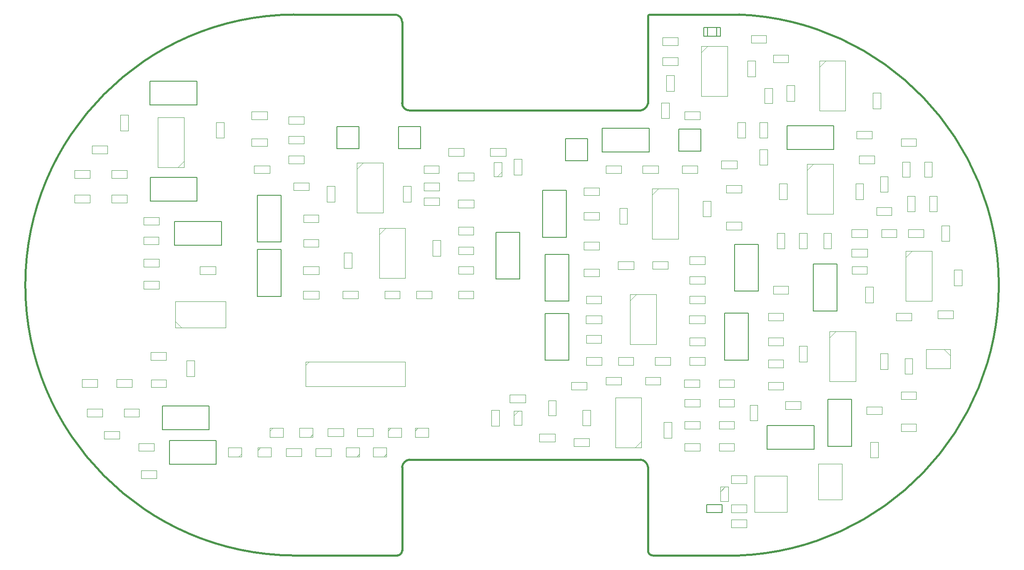
<source format=gbr>
G04*
G04 #@! TF.GenerationSoftware,Altium Limited,Altium Designer,23.9.2 (47)*
G04*
G04 Layer_Color=16711935*
%FSLAX44Y44*%
%MOMM*%
G71*
G04*
G04 #@! TF.SameCoordinates,DC7A7723-1311-43B5-9009-1713E082842B*
G04*
G04*
G04 #@! TF.FilePolarity,Positive*
G04*
G01*
G75*
%ADD11C,0.2000*%
%ADD13C,0.1000*%
%ADD14C,0.1524*%
%ADD72C,0.3810*%
D11*
X651000Y87000D02*
Y103000D01*
X619000D02*
X651000D01*
X619000Y87000D02*
Y103000D01*
Y87000D02*
X651000D01*
X562500Y822500D02*
Y867500D01*
Y822500D02*
X607500D01*
Y867500D01*
X562500D02*
X607500D01*
X-487650Y255900D02*
X-392350D01*
X-487650D02*
Y304100D01*
X-392350D01*
Y255900D02*
Y304100D01*
X884100Y497350D02*
Y592650D01*
X835900Y497350D02*
X884100D01*
X835900D02*
Y592650D01*
X884100D01*
X675900Y537350D02*
Y632650D01*
X724100D01*
Y537350D02*
Y632650D01*
X675900Y537350D02*
X724100D01*
X406950Y869100D02*
X502250D01*
Y820900D02*
Y869100D01*
X406950Y820900D02*
X502250D01*
X406950D02*
Y869100D01*
X339100Y396950D02*
Y492250D01*
X290900Y396950D02*
X339100D01*
X290900D02*
Y492250D01*
X339100D01*
X190900Y561950D02*
Y657250D01*
X239100D01*
Y561950D02*
Y657250D01*
X190900Y561950D02*
X239100D01*
X290900Y517350D02*
Y612650D01*
X339100D01*
Y517350D02*
Y612650D01*
X290900Y517350D02*
X339100D01*
X285900Y647350D02*
Y742650D01*
X334100D01*
Y647350D02*
Y742650D01*
X285900Y647350D02*
X334100D01*
X332108Y802500D02*
X377107D01*
Y847500D01*
X332108D02*
X377107D01*
X332108Y802500D02*
Y847500D01*
X37500Y827500D02*
Y872500D01*
X-7500D02*
X37500D01*
X-7500Y827500D02*
Y872500D01*
Y827500D02*
X37500D01*
X-132500D02*
Y872500D01*
Y827500D02*
X-87500D01*
Y872500D01*
X-132500D02*
X-87500D01*
X-512650Y964100D02*
X-417350D01*
Y915900D02*
Y964100D01*
X-512650Y915900D02*
X-417350D01*
X-512650D02*
Y964100D01*
X865900Y317250D02*
X914100D01*
X865900Y221950D02*
Y317250D01*
Y221950D02*
X914100D01*
Y317250D01*
X742350Y215900D02*
Y264100D01*
Y215900D02*
X837650D01*
Y264100D01*
X742350D02*
X837650D01*
X655900Y397350D02*
X704100D01*
Y492650D01*
X655900D02*
X704100D01*
X655900Y397350D02*
Y492650D01*
X782350Y825900D02*
Y874100D01*
Y825900D02*
X877650D01*
Y874100D01*
X782350D02*
X877650D01*
X-294100Y526950D02*
X-245900D01*
Y622250D01*
X-294100D02*
X-245900D01*
X-294100Y526950D02*
Y622250D01*
Y732650D02*
X-245900D01*
X-294100Y637350D02*
Y732650D01*
Y637350D02*
X-245900D01*
Y732650D01*
X-367350Y630900D02*
Y679100D01*
X-462650D02*
X-367350D01*
X-462650Y630900D02*
Y679100D01*
Y630900D02*
X-367350D01*
X-377750Y185900D02*
Y234100D01*
X-473050D02*
X-377750D01*
X-473050Y185900D02*
Y234100D01*
Y185900D02*
X-377750D01*
X-512250Y720900D02*
Y769100D01*
Y720900D02*
X-416950D01*
Y769100D01*
X-512250D02*
X-416950D01*
D13*
X-118000Y584000D02*
X-102000D01*
Y616000D01*
X-118000D02*
X-102000D01*
X-118000Y584000D02*
Y616000D01*
X1027250Y730500D02*
X1042750D01*
X1027250Y699500D02*
Y730500D01*
Y699500D02*
X1042750D01*
Y730500D01*
X62000Y641000D02*
X78000D01*
X62000Y609000D02*
Y641000D01*
Y609000D02*
X78000D01*
Y641000D01*
X-187100Y241000D02*
X-181500Y246600D01*
Y241000D02*
Y259000D01*
X-208500D02*
X-181500D01*
X-208500Y241000D02*
Y259000D01*
Y241000D02*
X-181500D01*
X-438000Y364000D02*
X-422000D01*
Y396000D01*
X-438000D02*
X-422000D01*
X-438000Y364000D02*
Y396000D01*
X-379000Y572000D02*
Y588000D01*
X-411000D02*
X-379000D01*
X-411000Y572000D02*
Y588000D01*
Y572000D02*
X-379000D01*
X2000Y719000D02*
X18000D01*
Y751000D01*
X2000D02*
X18000D01*
X2000Y719000D02*
Y751000D01*
X145500Y652250D02*
Y667750D01*
X114500D02*
X145500D01*
X114500Y652250D02*
Y667750D01*
Y652250D02*
X145500D01*
X972000Y379000D02*
X988000D01*
Y411000D01*
X972000D02*
X988000D01*
X972000Y379000D02*
Y411000D01*
X574250Y887000D02*
Y903000D01*
Y887000D02*
X605750D01*
Y903000D01*
X574250D02*
X605750D01*
X702000Y974000D02*
X718000D01*
Y1006000D01*
X702000D02*
X718000D01*
X702000Y974000D02*
Y1006000D01*
X537000Y944000D02*
X553000D01*
Y976000D01*
X537000D02*
X553000D01*
X537000Y944000D02*
Y976000D01*
X1101800Y419500D02*
X1114500Y406800D01*
X1065500Y419500D02*
X1114500D01*
X1065500Y380500D02*
Y419500D01*
Y380500D02*
X1114500D01*
Y419500D01*
X767000Y756000D02*
X783000D01*
X767000Y724000D02*
Y756000D01*
Y724000D02*
X783000D01*
Y756000D01*
X532000Y239000D02*
X548000D01*
Y271000D01*
X532000D02*
X548000D01*
X532000Y239000D02*
Y271000D01*
X367000Y264000D02*
X383000D01*
Y296000D01*
X367000D02*
X383000D01*
X367000Y264000D02*
Y296000D01*
X612000Y689000D02*
X628000D01*
Y721000D01*
X612000D02*
X628000D01*
X612000Y689000D02*
Y721000D01*
X964500Y692250D02*
Y707750D01*
Y692250D02*
X995500D01*
Y707750D01*
X964500D02*
X995500D01*
X922000Y756000D02*
X938000D01*
X922000Y724000D02*
Y756000D01*
Y724000D02*
X938000D01*
Y756000D01*
X442000Y674000D02*
X458000D01*
Y706000D01*
X442000D02*
X458000D01*
X442000Y674000D02*
Y706000D01*
X616000Y472000D02*
Y488000D01*
X584000D02*
X616000D01*
X584000Y472000D02*
Y488000D01*
Y472000D02*
X616000D01*
X584500Y592250D02*
Y607750D01*
Y592250D02*
X615500D01*
Y607750D01*
X584500D02*
X615500D01*
X605500Y302250D02*
Y317750D01*
X574500D02*
X605500D01*
X574500Y302250D02*
Y317750D01*
Y302250D02*
X605500D01*
X845850Y186300D02*
X894150D01*
Y113700D02*
Y186300D01*
X845850Y113700D02*
X894150D01*
X845850D02*
Y186300D01*
X1035500Y477250D02*
Y492750D01*
X1004500D02*
X1035500D01*
X1004500Y477250D02*
Y492750D01*
Y477250D02*
X1035500D01*
X914250Y607000D02*
Y623000D01*
Y607000D02*
X945750D01*
Y623000D01*
X914250D02*
X945750D01*
X1005500Y647250D02*
Y662750D01*
X974500D02*
X1005500D01*
X974500Y647250D02*
Y662750D01*
Y647250D02*
X1005500D01*
X1029500D02*
Y662750D01*
Y647250D02*
X1060500D01*
Y662750D01*
X1029500D02*
X1060500D01*
X1120500Y482250D02*
Y497750D01*
X1089500D02*
X1120500D01*
X1089500Y482250D02*
Y497750D01*
Y482250D02*
X1120500D01*
X1097250Y639500D02*
X1112750D01*
Y670500D01*
X1097250D02*
X1112750D01*
X1097250Y639500D02*
Y670500D01*
X1014500Y317250D02*
Y332750D01*
Y317250D02*
X1045500D01*
Y332750D01*
X1014500D02*
X1045500D01*
X1022250Y400500D02*
X1037750D01*
X1022250Y369500D02*
Y400500D01*
Y369500D02*
X1037750D01*
Y400500D01*
X944500Y287250D02*
Y302750D01*
Y287250D02*
X975500D01*
Y302750D01*
X944500D02*
X975500D01*
X473800Y219000D02*
X486500Y231700D01*
Y219000D02*
Y321000D01*
X433500D02*
X486500D01*
X433500Y219000D02*
Y321000D01*
Y219000D02*
X486500D01*
X644500Y257250D02*
Y272750D01*
Y257250D02*
X675500D01*
Y272750D01*
X644500D02*
X675500D01*
X414500Y347250D02*
Y362750D01*
Y347250D02*
X445500D01*
Y362750D01*
X414500D02*
X445500D01*
X344500Y337250D02*
Y352750D01*
Y337250D02*
X375500D01*
Y352750D01*
X344500D02*
X375500D01*
X525500Y347250D02*
Y362750D01*
X494500D02*
X525500D01*
X494500Y347250D02*
Y362750D01*
Y347250D02*
X525500D01*
X380500Y222250D02*
Y237750D01*
X349500D02*
X380500D01*
X349500Y222250D02*
Y237750D01*
Y222250D02*
X380500D01*
X605500Y212250D02*
Y227750D01*
X574500D02*
X605500D01*
X574500Y212250D02*
Y227750D01*
Y212250D02*
X605500D01*
X707250Y305500D02*
X722750D01*
X707250Y274500D02*
Y305500D01*
Y274500D02*
X722750D01*
Y305500D01*
X574500Y257250D02*
Y272750D01*
Y257250D02*
X605500D01*
Y272750D01*
X574500D02*
X605500D01*
X644500Y212250D02*
Y227750D01*
Y212250D02*
X675500D01*
Y227750D01*
X644500D02*
X675500D01*
X574000Y342250D02*
Y357750D01*
Y342250D02*
X605000D01*
Y357750D01*
X574000D02*
X605000D01*
X414000Y777000D02*
Y793000D01*
Y777000D02*
X446000D01*
Y793000D01*
X414000D02*
X446000D01*
X227000Y774000D02*
Y806000D01*
X243000D01*
Y774000D02*
Y806000D01*
X227000Y774000D02*
X243000D01*
X193620Y770500D02*
X203120Y780000D01*
Y770500D02*
Y799500D01*
X186880D02*
X203120D01*
X186880Y770500D02*
Y799500D01*
Y770500D02*
X203120D01*
X369500Y732250D02*
Y747750D01*
Y732250D02*
X400500D01*
Y747750D01*
X369500D02*
X400500D01*
X509500Y582250D02*
Y597750D01*
Y582250D02*
X540500D01*
Y597750D01*
X509500D02*
X540500D01*
X470750Y582000D02*
Y598000D01*
X439250D02*
X470750D01*
X439250Y582000D02*
Y598000D01*
Y582000D02*
X470750D01*
X508500Y733300D02*
X521200Y746000D01*
X508500Y644000D02*
Y746000D01*
Y644000D02*
X561500D01*
Y746000D01*
X508500D02*
X561500D01*
X659250Y662000D02*
Y678000D01*
Y662000D02*
X690750D01*
Y678000D01*
X659250D02*
X690750D01*
X649250Y787000D02*
Y803000D01*
Y787000D02*
X680750D01*
Y803000D01*
X649250D02*
X680750D01*
X659500Y737250D02*
Y752750D01*
Y737250D02*
X690500D01*
Y752750D01*
X659500D02*
X690500D01*
X489000Y777000D02*
Y793000D01*
Y777000D02*
X521000D01*
Y793000D01*
X489000D02*
X521000D01*
X569000Y777000D02*
Y793000D01*
Y777000D02*
X601000D01*
Y793000D01*
X569000D02*
X601000D01*
X179000Y812000D02*
Y828000D01*
Y812000D02*
X211000D01*
Y828000D01*
X179000D02*
X211000D01*
X369500Y567250D02*
Y582750D01*
Y567250D02*
X400500D01*
Y582750D01*
X369500D02*
X400500D01*
Y682250D02*
Y697750D01*
X369500D02*
X400500D01*
X369500Y682250D02*
Y697750D01*
Y682250D02*
X400500D01*
X369250Y622000D02*
Y638000D01*
Y622000D02*
X400750D01*
Y638000D01*
X369250D02*
X400750D01*
X439500Y387250D02*
Y402750D01*
Y387250D02*
X470500D01*
Y402750D01*
X439500D02*
X470500D01*
X374250Y387000D02*
Y403000D01*
Y387000D02*
X405750D01*
Y403000D01*
X374250D02*
X405750D01*
X463500Y518300D02*
X476200Y531000D01*
X463500Y429000D02*
Y531000D01*
Y429000D02*
X516500D01*
Y531000D01*
X463500D02*
X516500D01*
X584500Y427250D02*
Y442750D01*
Y427250D02*
X615500D01*
Y442750D01*
X584500D02*
X615500D01*
Y552250D02*
Y567750D01*
X584500D02*
X615500D01*
X584500Y552250D02*
Y567750D01*
Y552250D02*
X615500D01*
Y512250D02*
Y527750D01*
X584500D02*
X615500D01*
X584500Y512250D02*
Y527750D01*
Y512250D02*
X615500D01*
Y387250D02*
Y402750D01*
X584500D02*
X615500D01*
X584500Y387250D02*
Y402750D01*
Y387250D02*
X615500D01*
X374500Y432250D02*
Y447750D01*
Y432250D02*
X405500D01*
Y447750D01*
X374500D02*
X405500D01*
X374500Y512250D02*
Y527750D01*
Y512250D02*
X405500D01*
Y527750D01*
X374500D02*
X405500D01*
X545750Y387000D02*
Y403000D01*
X514250D02*
X545750D01*
X514250Y387000D02*
Y403000D01*
Y387000D02*
X545750D01*
X219000Y311247D02*
Y327247D01*
Y311247D02*
X251000D01*
Y327247D01*
X219000D02*
X251000D01*
X182000Y295247D02*
X198000D01*
X182000Y263248D02*
Y295247D01*
Y263248D02*
X198000D01*
Y295247D01*
X226880Y284247D02*
X236380Y293747D01*
X226880Y264747D02*
Y293747D01*
Y264747D02*
X243120D01*
Y293747D01*
X226880D02*
X243120D01*
X297250Y284500D02*
X312750D01*
Y315500D01*
X297250D02*
X312750D01*
X297250Y284500D02*
Y315500D01*
X310750Y231247D02*
Y247247D01*
X279250D02*
X310750D01*
X279250Y231247D02*
Y247247D01*
Y231247D02*
X310750D01*
X1072250Y699500D02*
X1087750D01*
Y730500D01*
X1072250D02*
X1087750D01*
X1072250Y699500D02*
Y730500D01*
X-92100Y201000D02*
X-86500Y206600D01*
Y201000D02*
Y219000D01*
X-113500D02*
X-86500D01*
X-113500Y201000D02*
Y219000D01*
Y201000D02*
X-86500D01*
X-37100D02*
X-31500Y206600D01*
Y201000D02*
Y219000D01*
X-58500D02*
X-31500D01*
X-58500Y201000D02*
Y219000D01*
Y201000D02*
X-31500D01*
X26500Y253400D02*
X32100Y259000D01*
X26500Y241000D02*
Y259000D01*
Y241000D02*
X53500D01*
Y259000D01*
X26500D02*
X53500D01*
X-28500Y253400D02*
X-22900Y259000D01*
X-28500Y241000D02*
Y259000D01*
Y241000D02*
X-1500D01*
Y259000D01*
X-28500D02*
X-1500D01*
X-144250Y202000D02*
Y218000D01*
X-175750D02*
X-144250D01*
X-175750Y202000D02*
Y218000D01*
Y202000D02*
X-144250D01*
X-204250D02*
Y218000D01*
X-235750D02*
X-204250D01*
X-235750Y202000D02*
Y218000D01*
Y202000D02*
X-204250D01*
X-332100Y201000D02*
X-326500Y206600D01*
Y201000D02*
Y219000D01*
X-353500D02*
X-326500D01*
X-353500Y201000D02*
Y219000D01*
Y201000D02*
X-326500D01*
X-119000Y242000D02*
Y258000D01*
X-151000D02*
X-119000D01*
X-151000Y242000D02*
Y258000D01*
Y242000D02*
X-119000D01*
X-196000Y387150D02*
X-189650Y393500D01*
X-196000Y343500D02*
Y393500D01*
Y343500D02*
X6000D01*
Y393500D01*
X-196000D02*
X6000D01*
X-268500Y259000D02*
X-241500D01*
Y241000D02*
Y259000D01*
X-268500Y241000D02*
X-241500D01*
X-268500D02*
Y259000D01*
Y253400D02*
X-262900Y259000D01*
X-293500Y219000D02*
X-266500D01*
Y201000D02*
Y219000D01*
X-293500Y201000D02*
X-266500D01*
X-293500D02*
Y219000D01*
Y213400D02*
X-287900Y219000D01*
X744500Y382250D02*
X775500D01*
X744500D02*
Y397750D01*
X775500D01*
Y382250D02*
Y397750D01*
X1014500Y267750D02*
X1045500D01*
Y252250D02*
Y267750D01*
X1014500Y252250D02*
X1045500D01*
X1014500D02*
Y267750D01*
X968000Y199250D02*
Y230750D01*
X952000Y199250D02*
X968000D01*
X952000D02*
Y230750D01*
X968000D01*
X779250Y297000D02*
X810750D01*
X779250D02*
Y313000D01*
X810750D01*
Y297000D02*
Y313000D01*
X744500Y337250D02*
X775500D01*
X744500D02*
Y352750D01*
X775500D01*
Y337250D02*
Y352750D01*
X744500Y427250D02*
X775500D01*
X744500D02*
Y442750D01*
X775500D01*
Y427250D02*
Y442750D01*
X717000Y88500D02*
Y161500D01*
X783000D01*
Y88500D02*
Y161500D01*
X717000Y88500D02*
X783000D01*
X669000Y147000D02*
X701000D01*
X669000D02*
Y163000D01*
X701000D01*
Y147000D02*
Y163000D01*
X669000Y103000D02*
X701000D01*
Y87000D02*
Y103000D01*
X669000Y87000D02*
X701000D01*
X669000D02*
Y103000D01*
X647000Y139500D02*
X663000D01*
Y110500D02*
Y139500D01*
X647000Y110500D02*
X663000D01*
X647000D02*
Y139500D01*
Y130000D02*
X656500Y139500D01*
X669000Y73000D02*
X701000D01*
Y57000D02*
Y73000D01*
X669000Y57000D02*
X701000D01*
X669000D02*
Y73000D01*
X914500Y587750D02*
X945500D01*
Y572250D02*
Y587750D01*
X914500Y572250D02*
X945500D01*
X914500D02*
Y587750D01*
X914250Y663000D02*
X945750D01*
Y647000D02*
Y663000D01*
X914250Y647000D02*
X945750D01*
X914250D02*
Y663000D01*
X1032750Y769500D02*
Y800500D01*
X1017250Y769500D02*
X1032750D01*
X1017250D02*
Y800500D01*
X1032750D01*
X1077750Y769500D02*
Y800500D01*
X1062250Y769500D02*
X1077750D01*
X1062250D02*
Y800500D01*
X1077750D01*
X987750Y739500D02*
Y770500D01*
X972250Y739500D02*
X987750D01*
X972250D02*
Y770500D01*
X987750D01*
X823500Y796000D02*
X876500D01*
Y694000D02*
Y796000D01*
X823500Y694000D02*
X876500D01*
X823500D02*
Y796000D01*
Y783300D02*
X836200Y796000D01*
X742750Y794500D02*
Y825500D01*
X727250Y794500D02*
X742750D01*
X727250D02*
Y825500D01*
X742750D01*
X697750Y849500D02*
Y880500D01*
X682250Y849500D02*
X697750D01*
X682250D02*
Y880500D01*
X697750D01*
X777750Y624500D02*
Y655500D01*
X762250Y624500D02*
X777750D01*
X762250D02*
Y655500D01*
X777750D01*
X807000Y624250D02*
Y655750D01*
X823000D01*
Y624250D02*
Y655750D01*
X807000Y624250D02*
X823000D01*
X742750Y849500D02*
Y880500D01*
X727250Y849500D02*
X742750D01*
X727250D02*
Y880500D01*
X742750D01*
X1024120Y619100D02*
X1077120D01*
Y517100D02*
Y619100D01*
X1024120Y517100D02*
X1077120D01*
X1024120D02*
Y619100D01*
Y606400D02*
X1036820Y619100D01*
X929500Y797250D02*
X960500D01*
X929500D02*
Y812750D01*
X960500D01*
Y797250D02*
Y812750D01*
X1014500Y832250D02*
X1045500D01*
X1014500D02*
Y847750D01*
X1045500D01*
Y832250D02*
Y847750D01*
X924500Y847250D02*
X955500D01*
X924500D02*
Y862750D01*
X955500D01*
Y847250D02*
Y862750D01*
X848500Y1006000D02*
X901500D01*
Y904000D02*
Y1006000D01*
X848500Y904000D02*
X901500D01*
X848500D02*
Y1006000D01*
Y993300D02*
X861200Y1006000D01*
X709500Y1042250D02*
X740500D01*
X709500D02*
Y1057750D01*
X740500D01*
Y1042250D02*
Y1057750D01*
X737250Y919500D02*
Y950500D01*
X752750D01*
Y919500D02*
Y950500D01*
X737250Y919500D02*
X752750D01*
X529250Y1037000D02*
X560750D01*
X529250D02*
Y1053000D01*
X560750D01*
Y1037000D02*
Y1053000D01*
X754500Y1017750D02*
X785500D01*
Y1002250D02*
Y1017750D01*
X754500Y1002250D02*
X785500D01*
X754500D02*
Y1017750D01*
X527000Y889250D02*
Y920750D01*
X543000D01*
Y889250D02*
Y920750D01*
X527000Y889250D02*
X543000D01*
X529250Y997000D02*
X560750D01*
X529250D02*
Y1013000D01*
X560750D01*
Y997000D02*
Y1013000D01*
X608500Y1036000D02*
X661500D01*
Y934000D02*
Y1036000D01*
X608500Y934000D02*
X661500D01*
X608500D02*
Y1036000D01*
Y1023300D02*
X621200Y1036000D01*
X754500Y547750D02*
X785500D01*
Y532250D02*
Y547750D01*
X754500Y532250D02*
X785500D01*
X754500D02*
Y547750D01*
X744500Y477250D02*
X775500D01*
X744500D02*
Y492750D01*
X775500D01*
Y477250D02*
Y492750D01*
X29500Y537750D02*
X60500D01*
Y522250D02*
Y537750D01*
X29500Y522250D02*
X60500D01*
X29500D02*
Y537750D01*
X-35500Y522250D02*
X-4500D01*
X-35500D02*
Y537750D01*
X-4500D01*
Y522250D02*
Y537750D01*
X-200500Y642750D02*
X-169500D01*
Y627250D02*
Y642750D01*
X-200500Y627250D02*
X-169500D01*
X-200500D02*
Y642750D01*
X-120500Y537750D02*
X-89500D01*
Y522250D02*
Y537750D01*
X-120500Y522250D02*
X-89500D01*
X-120500D02*
Y537750D01*
X-200750Y588000D02*
X-169250D01*
Y572000D02*
Y588000D01*
X-200750Y572000D02*
X-169250D01*
X-200750D02*
Y588000D01*
X-200500Y677250D02*
X-169500D01*
X-200500D02*
Y692750D01*
X-169500D01*
Y677250D02*
Y692750D01*
X114500Y627750D02*
X145500D01*
Y612250D02*
Y627750D01*
X114500Y612250D02*
X145500D01*
X114500D02*
Y627750D01*
Y537750D02*
X145500D01*
Y522250D02*
Y537750D01*
X114500Y522250D02*
X145500D01*
X114500D02*
Y537750D01*
Y587750D02*
X145500D01*
Y572250D02*
Y587750D01*
X114500Y572250D02*
X145500D01*
X114500D02*
Y587750D01*
X-91500Y798707D02*
X-38500D01*
Y696708D02*
Y798707D01*
X-91500Y696708D02*
X-38500D01*
X-91500D02*
Y798707D01*
Y786007D02*
X-78800Y798707D01*
X-46500Y666000D02*
X6500D01*
Y564000D02*
Y666000D01*
X-46500Y564000D02*
X6500D01*
X-46500D02*
Y666000D01*
Y653300D02*
X-33800Y666000D01*
X44000Y792750D02*
X75000D01*
Y777250D02*
Y792750D01*
X44000Y777250D02*
X75000D01*
X44000D02*
Y792750D01*
X114250Y778000D02*
X145750D01*
Y762000D02*
Y778000D01*
X114250Y762000D02*
X145750D01*
X114250D02*
Y778000D01*
Y723000D02*
X145750D01*
Y707000D02*
Y723000D01*
X114250Y707000D02*
X145750D01*
X114250D02*
Y723000D01*
X44250Y758000D02*
X75750D01*
Y742000D02*
Y758000D01*
X44250Y742000D02*
X75750D01*
X44250D02*
Y758000D01*
X-301000Y793000D02*
X-269000D01*
Y777000D02*
Y793000D01*
X-301000Y777000D02*
X-269000D01*
X-301000D02*
Y793000D01*
X44500Y712250D02*
X75500D01*
X44500D02*
Y727750D01*
X75500D01*
Y712250D02*
Y727750D01*
X-220500Y757750D02*
X-189500D01*
Y742250D02*
Y757750D01*
X-220500Y742250D02*
X-189500D01*
X-220500D02*
Y757750D01*
X-230500Y892750D02*
X-199500D01*
Y877250D02*
Y892750D01*
X-230500Y877250D02*
X-199500D01*
X-230500D02*
Y892750D01*
X-230750Y813000D02*
X-199250D01*
Y797000D02*
Y813000D01*
X-230750Y797000D02*
X-199250D01*
X-230750D02*
Y813000D01*
X-306000Y848000D02*
X-274000D01*
Y832000D02*
Y848000D01*
X-306000Y832000D02*
X-274000D01*
X-306000D02*
Y848000D01*
Y903000D02*
X-274000D01*
Y887000D02*
Y903000D01*
X-306000Y887000D02*
X-274000D01*
X-306000D02*
Y903000D01*
X-230500Y852750D02*
X-199500D01*
Y837250D02*
Y852750D01*
X-230500Y837250D02*
X-199500D01*
X-230500D02*
Y852750D01*
X-640750Y298000D02*
X-609250D01*
Y282000D02*
Y298000D01*
X-640750Y282000D02*
X-609250D01*
X-640750D02*
Y298000D01*
X-461000Y463500D02*
Y516500D01*
X-359000D01*
Y463500D02*
Y516500D01*
X-461000Y463500D02*
X-359000D01*
X-461000Y476200D02*
X-448300Y463500D01*
X-530750Y173000D02*
X-499250D01*
Y157000D02*
Y173000D01*
X-530750Y157000D02*
X-499250D01*
X-530750D02*
Y173000D01*
X-535500Y227750D02*
X-504500D01*
Y212250D02*
Y227750D01*
X-535500Y212250D02*
X-504500D01*
X-535500D02*
Y227750D01*
X-605500Y237250D02*
X-574500D01*
X-605500D02*
Y252750D01*
X-574500D01*
Y237250D02*
Y252750D01*
X-565500Y297750D02*
X-534500D01*
Y282250D02*
Y297750D01*
X-565500Y282250D02*
X-534500D01*
X-565500D02*
Y297750D01*
X-510500Y342250D02*
X-479500D01*
X-510500D02*
Y357750D01*
X-479500D01*
Y342250D02*
Y357750D01*
X-580750Y358000D02*
X-549250D01*
Y342000D02*
Y358000D01*
X-580750Y342000D02*
X-549250D01*
X-580750D02*
Y358000D01*
X-650750Y342000D02*
X-619250D01*
X-650750D02*
Y358000D01*
X-619250D01*
Y342000D02*
Y358000D01*
X-510750Y413000D02*
X-479250D01*
Y397000D02*
Y413000D01*
X-510750Y397000D02*
X-479250D01*
X-510750D02*
Y413000D01*
X-525750Y558000D02*
X-494250D01*
Y542000D02*
Y558000D01*
X-525750Y542000D02*
X-494250D01*
X-525750D02*
Y558000D01*
Y603000D02*
X-494250D01*
Y587000D02*
Y603000D01*
X-525750Y587000D02*
X-494250D01*
X-525750D02*
Y603000D01*
X-630750Y817000D02*
X-599250D01*
X-630750D02*
Y833000D01*
X-599250D01*
Y817000D02*
Y833000D01*
X-665750Y733000D02*
X-634250D01*
Y717000D02*
Y733000D01*
X-665750Y717000D02*
X-634250D01*
X-665750D02*
Y733000D01*
X-590750Y783000D02*
X-559250D01*
Y767000D02*
Y783000D01*
X-590750Y767000D02*
X-559250D01*
X-590750D02*
Y783000D01*
X-665750D02*
X-634250D01*
Y767000D02*
Y783000D01*
X-665750Y767000D02*
X-634250D01*
X-665750D02*
Y783000D01*
X-590750Y733000D02*
X-559250D01*
Y717000D02*
Y733000D01*
X-590750Y717000D02*
X-559250D01*
X-590750D02*
Y733000D01*
X-496500Y789000D02*
X-443500D01*
X-496500D02*
Y891000D01*
X-443500D01*
Y789000D02*
Y891000D01*
X-456200Y789000D02*
X-443500Y801700D01*
X-525750Y688000D02*
X-494250D01*
Y672000D02*
Y688000D01*
X-525750Y672000D02*
X-494250D01*
X-525750D02*
Y688000D01*
X-525500Y647750D02*
X-494500D01*
Y632250D02*
Y647750D01*
X-525500Y632250D02*
X-494500D01*
X-525500D02*
Y647750D01*
X-153000Y719000D02*
Y751000D01*
X-137000D01*
Y719000D02*
Y751000D01*
X-153000Y719000D02*
X-137000D01*
X94500Y827750D02*
X125500D01*
Y812250D02*
Y827750D01*
X94500Y812250D02*
X125500D01*
X94500D02*
Y827750D01*
X374000Y488000D02*
X406000D01*
Y472000D02*
Y488000D01*
X374000Y472000D02*
X406000D01*
X374000D02*
Y488000D01*
X-91000Y258000D02*
X-59000D01*
Y242000D02*
Y258000D01*
X-91000Y242000D02*
X-59000D01*
X-91000D02*
Y258000D01*
X-200750Y522000D02*
X-169250D01*
X-200750D02*
Y538000D01*
X-169250D01*
Y522000D02*
Y538000D01*
X-573000Y864000D02*
Y896000D01*
X-557000D01*
Y864000D02*
Y896000D01*
X-573000Y864000D02*
X-557000D01*
X-362000Y849000D02*
Y881000D01*
X-378000Y849000D02*
X-362000D01*
X-378000D02*
Y881000D01*
X-362000D01*
X644500Y317750D02*
X675500D01*
Y302250D02*
Y317750D01*
X644500Y302250D02*
X675500D01*
X644500D02*
Y317750D01*
Y342250D02*
X675500D01*
X644500D02*
Y357750D01*
X675500D01*
Y342250D02*
Y357750D01*
X1122000Y549000D02*
Y581000D01*
X1138000D01*
Y549000D02*
Y581000D01*
X1122000Y549000D02*
X1138000D01*
X942000Y514000D02*
Y546000D01*
X958000D01*
Y514000D02*
Y546000D01*
X942000Y514000D02*
X958000D01*
X957000Y909000D02*
Y941000D01*
X973000D01*
Y909000D02*
Y941000D01*
X957000Y909000D02*
X973000D01*
X782000Y924000D02*
Y956000D01*
X798000D01*
Y924000D02*
Y956000D01*
X782000Y924000D02*
X798000D01*
X857250Y624500D02*
Y655500D01*
X872750D01*
Y624500D02*
Y655500D01*
X857250Y624500D02*
X872750D01*
X869120Y456000D02*
X922120D01*
Y354000D02*
Y456000D01*
X869120Y354000D02*
X922120D01*
X869120D02*
Y456000D01*
Y443300D02*
X881820Y456000D01*
X807000Y394000D02*
Y426000D01*
X823000D01*
Y394000D02*
Y426000D01*
X807000Y394000D02*
X823000D01*
D14*
X639398Y1056110D02*
Y1073890D01*
Y1056110D02*
X647018D01*
X639398Y1073890D02*
X647018D01*
X620602Y1056110D02*
Y1073890D01*
X612982D02*
X620602D01*
X612982Y1056110D02*
X620602D01*
Y1073890D02*
X639398D01*
X612982Y1056110D02*
Y1073890D01*
X620602Y1056110D02*
X639398D01*
X647018D02*
Y1073890D01*
D72*
X-0Y1085000D02*
G03*
X-15000Y1100000I-15000J0D01*
G01*
X-220000Y1100000D02*
G03*
X-220000Y-0I3991J-550000D01*
G01*
X-9997Y-0D02*
G03*
X-0Y10000I1J9995D01*
G01*
X15069Y195000D02*
G03*
X0Y180034I2414J-17500D01*
G01*
X500000Y179999D02*
G03*
X485001Y195000I-17500J-2498D01*
G01*
X500000Y10000D02*
G03*
X510000Y-0I9999J-1D01*
G01*
X685000Y-0D02*
G03*
X685000Y1100000I-22245J550000D01*
G01*
X504000Y1100000D02*
G03*
X500000Y1096000I0J-4000D01*
G01*
X485000Y905000D02*
G03*
X500000Y920000I-2500J17500D01*
G01*
X0Y920000D02*
G03*
X15000Y905000I15000J-0D01*
G01*
X-220000Y1100000D02*
X-15000Y1100000D01*
X-220000Y-0D02*
X-9997Y-0D01*
X0Y10000D02*
Y180034D01*
X15069Y195000D02*
X485001Y195000D01*
X500000Y179999D02*
X500000Y10000D01*
X510000Y-0D02*
X685000Y-0D01*
X504000Y1100000D02*
X685000Y1100000D01*
X500000Y920000D02*
Y1096000D01*
X15000Y905000D02*
X485000D01*
X-0Y1085000D02*
X0Y920000D01*
M02*

</source>
